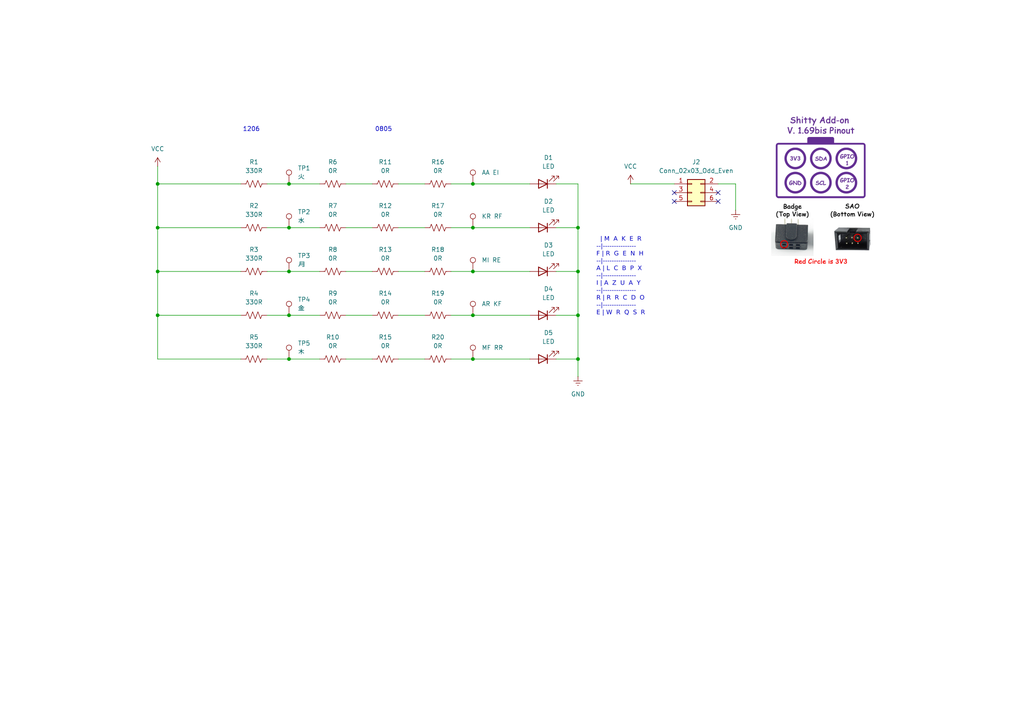
<source format=kicad_sch>
(kicad_sch (version 20250114) (generator "eeschema") (generator_version "9.0")
  (paper "A4")
  (lib_symbols
    (symbol "Connector:TestPoint" (pin_numbers (hide yes)) (pin_names (offset 0.762) (hide yes))
      (property "Reference" "TP" (at 0 6.858 0))
      (property "Value" "TestPoint" (at 0 5.08 0))
      (symbol "TestPoint_0_1"
        (circle (center 0 3.302) (radius 0.762))
      )
      (symbol "TestPoint_1_1"
        (pin passive line (at 0 0 90) (length 2.54) (name "1") (number "1"))
      )
    )
    (symbol "Connector_Generic:Conn_02x03_Odd_Even" (pin_names (offset 1.016) (hide yes))
      (property "Reference" "J" (at 1.27 5.08 0))
      (property "Value" "Conn_02x03_Odd_Even" (at 1.27 -5.08 0))
      (symbol "Conn_02x03_Odd_Even_1_1"
        (rectangle (start -1.27 3.81) (end 3.81 -3.81) (stroke (width 0.254)) (fill (type background)))
        (rectangle (start -1.27 2.667) (end 0 2.413) (stroke (width 0.1524)))
        (rectangle (start -1.27 0.127) (end 0 -0.127) (stroke (width 0.1524)))
        (rectangle (start -1.27 -2.413) (end 0 -2.667) (stroke (width 0.1524)))
        (rectangle (start 3.81 2.667) (end 2.54 2.413) (stroke (width 0.1524)))
        (rectangle (start 3.81 0.127) (end 2.54 -0.127) (stroke (width 0.1524)))
        (rectangle (start 3.81 -2.413) (end 2.54 -2.667) (stroke (width 0.1524)))
        (pin passive line (at -5.08 2.54 0) (length 3.81) (name "Pin_1") (number "1"))
        (pin passive line (at -5.08 0 0) (length 3.81) (name "Pin_3") (number "3"))
        (pin passive line (at -5.08 -2.54 0) (length 3.81) (name "Pin_5") (number "5"))
        (pin passive line (at 7.62 2.54 180) (length 3.81) (name "Pin_2") (number "2"))
        (pin passive line (at 7.62 0 180) (length 3.81) (name "Pin_4") (number "4"))
        (pin passive line (at 7.62 -2.54 180) (length 3.81) (name "Pin_6") (number "6"))
      )
    )
    (symbol "Device:LED" (pin_numbers (hide yes)) (pin_names (offset 1.016) (hide yes))
      (property "Reference" "D" (at 0 2.54 0))
      (property "Value" "LED" (at 0 -2.54 0))
      (symbol "LED_0_1"
        (polyline (pts (xy -3.048 -0.762) (xy -4.572 -2.286) (xy -3.81 -2.286) (xy -4.572 -2.286) (xy -4.572 -1.524)))
        (polyline (pts (xy -1.778 -0.762) (xy -3.302 -2.286) (xy -2.54 -2.286) (xy -3.302 -2.286) (xy -3.302 -1.524)))
        (polyline (pts (xy -1.27 0) (xy 1.27 0)))
        (polyline (pts (xy -1.27 -1.27) (xy -1.27 1.27)) (stroke (width 0.254)))
        (polyline (pts (xy 1.27 -1.27) (xy 1.27 1.27) (xy -1.27 0) (xy 1.27 -1.27)) (stroke (width 0.254)))
      )
      (symbol "LED_1_1"
        (pin passive line (at -3.81 0 0) (length 2.54) (name "K") (number "1"))
        (pin passive line (at 3.81 0 180) (length 2.54) (name "A") (number "2"))
      )
    )
    (symbol "Device:R_US" (pin_numbers (hide yes)) (pin_names (offset 0))
      (property "Reference" "R" (at 2.54 0 90))
      (property "Value" "R_US" (at -2.54 0 90))
      (symbol "R_US_0_1"
        (polyline (pts (xy 0 2.286) (xy 0 2.54)))
        (polyline (pts (xy 0 2.286) (xy 1.016 1.905) (xy 0 1.524) (xy -1.016 1.143) (xy 0 0.762)))
        (polyline (pts (xy 0 0.762) (xy 1.016 0.381) (xy 0 0) (xy -1.016 -0.381) (xy 0 -0.762)))
        (polyline (pts (xy 0 -0.762) (xy 1.016 -1.143) (xy 0 -1.524) (xy -1.016 -1.905) (xy 0 -2.286)))
        (polyline (pts (xy 0 -2.286) (xy 0 -2.54)))
      )
      (symbol "R_US_1_1"
        (pin passive line (at 0 3.81 270) (length 1.27) (name "~") (number "1"))
        (pin passive line (at 0 -3.81 90) (length 1.27) (name "~") (number "2"))
      )
    )
    (symbol "power:+3.3V" (power) (pin_numbers (hide yes)) (pin_names (offset 0) (hide yes))
      (property "Value" "+3.3V" (at 0 3.556 0))
      (symbol "+3.3V_0_1"
        (polyline (pts (xy -0.762 1.27) (xy 0 2.54)))
        (polyline (pts (xy 0 2.54) (xy 0.762 1.27)))
        (polyline (pts (xy 0 0) (xy 0 2.54)))
      )
      (symbol "+3.3V_1_1"
        (pin power_in line (at 0 0 90) (length 0) (name "~") (number "1"))
      )
    )
    (symbol "power:GNDREF" (power) (pin_numbers (hide yes)) (pin_names (offset 0) (hide yes))
      (property "Value" "GNDREF" (at 0 -3.81 0))
      (symbol "GNDREF_0_1"
        (polyline (pts (xy -0.635 -1.905) (xy 0.635 -1.905)))
        (polyline (pts (xy -0.127 -2.54) (xy 0.127 -2.54)))
        (polyline (pts (xy 0 -1.27) (xy 0 0)))
        (polyline (pts (xy 1.27 -1.27) (xy -1.27 -1.27)))
      )
      (symbol "GNDREF_1_1"
        (pin power_in line (at 0 0 270) (length 0) (name "~") (number "1"))
      )
    )
  )
  (text "1206" (at 72.898 37.592 0) (effects (font (size 1.27 1.27))))
  (text "  | M  A  K  E  R\n--|---------------\nF | R  G  E  N  H\n--|---------------\nA | L  C  B  P  X\n--|---------------\nI | A  Z  U  A  Y\n--|---------------\nR | R  R  C  D  O\n--|---------------\nE | W  R  Q  S  R" (exclude_from_sim yes) (at 172.974 80.518 0) (effects (font (size 1.27 1.27) (thickness 0.1588)) (justify left)))
  (text "0805" (at 111.252 37.592 0) (effects (font (size 1.27 1.27))))
  (junction (at 137.16 78.74))
  (junction (at 167.64 78.74))
  (junction (at 137.16 53.34))
  (junction (at 45.72 78.74))
  (junction (at 83.82 66.04))
  (junction (at 167.64 104.14))
  (junction (at 83.82 91.44))
  (junction (at 45.72 66.04))
  (junction (at 45.72 91.44))
  (junction (at 83.82 53.34))
  (junction (at 45.72 53.34))
  (junction (at 167.64 91.44))
  (junction (at 83.82 104.14))
  (junction (at 167.64 66.04))
  (junction (at 137.16 66.04))
  (junction (at 137.16 91.44))
  (junction (at 83.82 78.74))
  (junction (at 137.16 104.14))
  (no_connect (at 208.28 55.88))
  (no_connect (at 195.58 55.88))
  (no_connect (at 208.28 58.42))
  (no_connect (at 195.58 58.42))
  (wire (pts (xy 83.82 66.04) (xy 92.71 66.04)))
  (wire (pts (xy 213.36 53.34) (xy 213.36 60.96)))
  (wire (pts (xy 137.16 66.04) (xy 153.67 66.04)))
  (wire (pts (xy 83.82 78.74) (xy 92.71 78.74)))
  (wire (pts (xy 167.64 104.14) (xy 167.64 109.22)))
  (wire (pts (xy 161.29 78.74) (xy 167.64 78.74)))
  (wire (pts (xy 130.81 91.44) (xy 137.16 91.44)))
  (wire (pts (xy 161.29 91.44) (xy 167.64 91.44)))
  (wire (pts (xy 45.72 91.44) (xy 45.72 104.14)))
  (wire (pts (xy 130.81 104.14) (xy 137.16 104.14)))
  (wire (pts (xy 182.88 53.34) (xy 195.58 53.34)))
  (wire (pts (xy 167.64 66.04) (xy 167.64 78.74)))
  (wire (pts (xy 77.47 91.44) (xy 83.82 91.44)))
  (wire (pts (xy 130.81 53.34) (xy 137.16 53.34)))
  (wire (pts (xy 77.47 104.14) (xy 83.82 104.14)))
  (wire (pts (xy 45.72 48.26) (xy 45.72 53.34)))
  (wire (pts (xy 208.28 53.34) (xy 213.36 53.34)))
  (wire (pts (xy 167.64 53.34) (xy 167.64 66.04)))
  (wire (pts (xy 77.47 66.04) (xy 83.82 66.04)))
  (wire (pts (xy 100.33 53.34) (xy 107.95 53.34)))
  (wire (pts (xy 161.29 66.04) (xy 167.64 66.04)))
  (wire (pts (xy 167.64 91.44) (xy 167.64 104.14)))
  (wire (pts (xy 77.47 78.74) (xy 83.82 78.74)))
  (wire (pts (xy 115.57 53.34) (xy 123.19 53.34)))
  (wire (pts (xy 83.82 91.44) (xy 92.71 91.44)))
  (wire (pts (xy 100.33 66.04) (xy 107.95 66.04)))
  (wire (pts (xy 167.64 78.74) (xy 167.64 91.44)))
  (wire (pts (xy 161.29 53.34) (xy 167.64 53.34)))
  (wire (pts (xy 45.72 104.14) (xy 69.85 104.14)))
  (wire (pts (xy 100.33 104.14) (xy 107.95 104.14)))
  (wire (pts (xy 100.33 78.74) (xy 107.95 78.74)))
  (wire (pts (xy 45.72 91.44) (xy 69.85 91.44)))
  (wire (pts (xy 100.33 91.44) (xy 107.95 91.44)))
  (wire (pts (xy 130.81 66.04) (xy 137.16 66.04)))
  (wire (pts (xy 45.72 78.74) (xy 69.85 78.74)))
  (wire (pts (xy 45.72 66.04) (xy 45.72 78.74)))
  (wire (pts (xy 83.82 104.14) (xy 92.71 104.14)))
  (wire (pts (xy 45.72 78.74) (xy 45.72 91.44)))
  (wire (pts (xy 130.81 78.74) (xy 137.16 78.74)))
  (wire (pts (xy 45.72 53.34) (xy 69.85 53.34)))
  (wire (pts (xy 137.16 91.44) (xy 153.67 91.44)))
  (wire (pts (xy 137.16 104.14) (xy 153.67 104.14)))
  (wire (pts (xy 137.16 53.34) (xy 153.67 53.34)))
  (wire (pts (xy 137.16 78.74) (xy 153.67 78.74)))
  (wire (pts (xy 45.72 66.04) (xy 69.85 66.04)))
  (wire (pts (xy 45.72 53.34) (xy 45.72 66.04)))
  (wire (pts (xy 161.29 104.14) (xy 167.64 104.14)))
  (wire (pts (xy 115.57 78.74) (xy 123.19 78.74)))
  (wire (pts (xy 115.57 66.04) (xy 123.19 66.04)))
  (wire (pts (xy 115.57 91.44) (xy 123.19 91.44)))
  (wire (pts (xy 115.57 104.14) (xy 123.19 104.14)))
  (wire (pts (xy 77.47 53.34) (xy 83.82 53.34)))
  (wire (pts (xy 83.82 53.34) (xy 92.71 53.34)))
  (image (at 238.76 55.88) (scale 0.60941))
  (symbol (lib_id "power:GNDREF") (at 213.36 60.96 0) (unit 1)
    (property "Reference" "#PWR04" (effects (hide yes)))
    (property "Value" "GND" (at 213.36 66.04 0))
    (property "Description" "Power symbol creates a global label with name \"GNDREF\" , reference supply ground" (effects (hide yes)))
  )
  (symbol (lib_id "Device:R_US") (at 73.66 53.34 90) (unit 1)
    (property "Reference" "R1" (at 73.66 46.99 90))
    (property "Value" "330R" (at 73.66 49.53 90))
    (property "Footprint" "Resistor_SMD:R_1206_3216Metric" (effects (hide yes)))
    (property "Description" "Resistor, US symbol" (effects (hide yes)))
  )
  (symbol (lib_id "Device:R_US") (at 96.52 66.04 90) (unit 1)
    (property "Reference" "R7" (at 96.52 59.69 90))
    (property "Value" "0R" (at 96.52 62.23 90))
    (property "Footprint" "Resistor_SMD:R_0805_2012Metric" (effects (hide yes)))
    (property "Description" "Resistor, US symbol" (effects (hide yes)))
  )
  (symbol (lib_id "Connector:TestPoint") (at 137.16 78.74 0) (unit 1)
    (property "Reference" "TP8" (effects (hide yes)))
    (property "Value" "MI RE" (at 139.7 75.4379 0) (effects (justify left)))
    (property "Footprint" "TestPoint:TestPoint_Pad_D1.5mm" (effects (hide yes)))
    (property "Description" "test point" (effects (hide yes)))
  )
  (symbol (lib_id "Device:R_US") (at 127 78.74 90) (unit 1)
    (property "Reference" "R18" (at 127 72.39 90))
    (property "Value" "0R" (at 127 74.93 90))
    (property "Footprint" "Resistor_SMD:R_0805_2012Metric" (effects (hide yes)))
    (property "Description" "Resistor, US symbol" (effects (hide yes)))
  )
  (symbol (lib_id "Device:R_US") (at 96.52 78.74 90) (unit 1)
    (property "Reference" "R8" (at 96.52 72.39 90))
    (property "Value" "0R" (at 96.52 74.93 90))
    (property "Footprint" "Resistor_SMD:R_0805_2012Metric" (effects (hide yes)))
    (property "Description" "Resistor, US symbol" (effects (hide yes)))
  )
  (symbol (lib_id "Device:R_US") (at 127 91.44 90) (unit 1)
    (property "Reference" "R19" (at 127 85.09 90))
    (property "Value" "0R" (at 127 87.63 90))
    (property "Footprint" "Resistor_SMD:R_0805_2012Metric" (effects (hide yes)))
    (property "Description" "Resistor, US symbol" (effects (hide yes)))
  )
  (symbol (lib_id "Device:R_US") (at 73.66 66.04 90) (unit 1)
    (property "Reference" "R2" (at 73.66 59.69 90))
    (property "Value" "330R" (at 73.66 62.23 90))
    (property "Footprint" "Resistor_SMD:R_1206_3216Metric" (effects (hide yes)))
    (property "Description" "Resistor, US symbol" (effects (hide yes)))
  )
  (symbol (lib_id "Device:LED") (at 157.48 66.04 180) (unit 1)
    (property "Reference" "D2" (at 159.0675 58.42 0))
    (property "Value" "LED" (at 159.0675 60.96 0))
    (property "Footprint" "LED_SMD:LED_1206_3216Metric" (effects (hide yes)))
    (property "Description" "Light emitting diode" (effects (hide yes)))
    (property "Sim.Pins" "1=K 2=A" (effects (hide yes)))
  )
  (symbol (lib_id "Device:R_US") (at 111.76 66.04 90) (unit 1)
    (property "Reference" "R12" (at 111.76 59.69 90))
    (property "Value" "0R" (at 111.76 62.23 90))
    (property "Footprint" "Resistor_SMD:R_0805_2012Metric" (effects (hide yes)))
    (property "Description" "Resistor, US symbol" (effects (hide yes)))
  )
  (symbol (lib_id "Connector:TestPoint") (at 83.82 104.14 0) (unit 1)
    (property "Reference" "TP5" (at 86.36 99.5679 0) (effects (justify left)))
    (property "Value" "木" (at 86.36 102.1079 0) (effects (justify left)))
    (property "Footprint" "TestPoint:TestPoint_Pad_D1.5mm" (effects (hide yes)))
    (property "Description" "test point" (effects (hide yes)))
  )
  (symbol (lib_id "Connector:TestPoint") (at 137.16 53.34 0) (unit 1)
    (property "Reference" "TP6" (effects (hide yes)))
    (property "Value" "AA EI" (at 139.7 50.0379 0) (effects (justify left)))
    (property "Footprint" "TestPoint:TestPoint_Pad_D1.5mm" (effects (hide yes)))
    (property "Description" "test point" (effects (hide yes)))
  )
  (symbol (lib_id "Device:R_US") (at 73.66 91.44 90) (unit 1)
    (property "Reference" "R4" (at 73.66 85.09 90))
    (property "Value" "330R" (at 73.66 87.63 90))
    (property "Footprint" "Resistor_SMD:R_1206_3216Metric" (effects (hide yes)))
    (property "Description" "Resistor, US symbol" (effects (hide yes)))
  )
  (symbol (lib_id "Connector:TestPoint") (at 137.16 66.04 0) (unit 1)
    (property "Reference" "TP7" (effects (hide yes)))
    (property "Value" "KR RF" (at 139.7 62.7379 0) (effects (justify left)))
    (property "Footprint" "TestPoint:TestPoint_Pad_D1.5mm" (effects (hide yes)))
    (property "Description" "test point" (effects (hide yes)))
  )
  (symbol (lib_id "Connector:TestPoint") (at 83.82 91.44 0) (unit 1)
    (property "Reference" "TP4" (at 86.36 86.8679 0) (effects (justify left)))
    (property "Value" "金" (at 86.36 89.4079 0) (effects (justify left)))
    (property "Footprint" "TestPoint:TestPoint_Pad_D1.5mm" (effects (hide yes)))
    (property "Description" "test point" (effects (hide yes)))
  )
  (symbol (lib_id "Device:R_US") (at 73.66 104.14 90) (unit 1)
    (property "Reference" "R5" (at 73.66 97.79 90))
    (property "Value" "330R" (at 73.66 100.33 90))
    (property "Footprint" "Resistor_SMD:R_1206_3216Metric" (effects (hide yes)))
    (property "Description" "Resistor, US symbol" (effects (hide yes)))
  )
  (symbol (lib_id "Device:LED") (at 157.48 78.74 180) (unit 1)
    (property "Reference" "D3" (at 159.0675 71.12 0))
    (property "Value" "LED" (at 159.0675 73.66 0))
    (property "Footprint" "LED_SMD:LED_1206_3216Metric" (effects (hide yes)))
    (property "Description" "Light emitting diode" (effects (hide yes)))
    (property "Sim.Pins" "1=K 2=A" (effects (hide yes)))
  )
  (symbol (lib_id "Device:R_US") (at 127 53.34 90) (unit 1)
    (property "Reference" "R16" (at 127 46.99 90))
    (property "Value" "0R" (at 127 49.53 90))
    (property "Footprint" "Resistor_SMD:R_0805_2012Metric" (effects (hide yes)))
    (property "Description" "Resistor, US symbol" (effects (hide yes)))
  )
  (symbol (lib_id "Connector:TestPoint") (at 83.82 53.34 0) (unit 1)
    (property "Reference" "TP1" (at 86.36 48.7679 0) (effects (justify left)))
    (property "Value" "火" (at 86.36 51.3079 0) (effects (justify left)))
    (property "Footprint" "TestPoint:TestPoint_Pad_D1.5mm" (effects (hide yes)))
    (property "Description" "test point" (effects (hide yes)))
  )
  (symbol (lib_id "Device:LED") (at 157.48 53.34 180) (unit 1)
    (property "Reference" "D1" (at 159.0675 45.72 0))
    (property "Value" "LED" (at 159.0675 48.26 0))
    (property "Footprint" "LED_SMD:LED_1206_3216Metric" (effects (hide yes)))
    (property "Description" "Light emitting diode" (effects (hide yes)))
    (property "Sim.Pins" "1=K 2=A" (effects (hide yes)))
  )
  (symbol (lib_id "Device:R_US") (at 111.76 53.34 90) (unit 1)
    (property "Reference" "R11" (at 111.76 46.99 90))
    (property "Value" "0R" (at 111.76 49.53 90))
    (property "Footprint" "Resistor_SMD:R_0805_2012Metric" (effects (hide yes)))
    (property "Description" "Resistor, US symbol" (effects (hide yes)))
  )
  (symbol (lib_id "Device:R_US") (at 73.66 78.74 90) (unit 1)
    (property "Reference" "R3" (at 73.66 72.39 90))
    (property "Value" "330R" (at 73.66 74.93 90))
    (property "Footprint" "Resistor_SMD:R_1206_3216Metric" (effects (hide yes)))
    (property "Description" "Resistor, US symbol" (effects (hide yes)))
  )
  (symbol (lib_id "power:GNDREF") (at 167.64 109.22 0) (unit 1)
    (property "Reference" "#PWR01" (effects (hide yes)))
    (property "Value" "GND" (at 167.64 114.3 0))
    (property "Description" "Power symbol creates a global label with name \"GNDREF\" , reference supply ground" (effects (hide yes)))
  )
  (symbol (lib_id "Device:R_US") (at 127 66.04 90) (unit 1)
    (property "Reference" "R17" (at 127 59.69 90))
    (property "Value" "0R" (at 127 62.23 90))
    (property "Footprint" "Resistor_SMD:R_0805_2012Metric" (effects (hide yes)))
    (property "Description" "Resistor, US symbol" (effects (hide yes)))
  )
  (symbol (lib_id "Device:R_US") (at 127 104.14 90) (unit 1)
    (property "Reference" "R20" (at 127 97.79 90))
    (property "Value" "0R" (at 127 100.33 90))
    (property "Footprint" "Resistor_SMD:R_0805_2012Metric" (effects (hide yes)))
    (property "Description" "Resistor, US symbol" (effects (hide yes)))
  )
  (symbol (lib_id "Device:LED") (at 157.48 104.14 180) (unit 1)
    (property "Reference" "D5" (at 159.0675 96.52 0))
    (property "Value" "LED" (at 159.0675 99.06 0))
    (property "Footprint" "LED_SMD:LED_1206_3216Metric" (effects (hide yes)))
    (property "Description" "Light emitting diode" (effects (hide yes)))
    (property "Sim.Pins" "1=K 2=A" (effects (hide yes)))
  )
  (symbol (lib_id "Device:R_US") (at 96.52 53.34 90) (unit 1)
    (property "Reference" "R6" (at 96.52 46.99 90))
    (property "Value" "0R" (at 96.52 49.53 90))
    (property "Footprint" "Resistor_SMD:R_0805_2012Metric" (effects (hide yes)))
    (property "Description" "Resistor, US symbol" (effects (hide yes)))
  )
  (symbol (lib_id "Connector_Generic:Conn_02x03_Odd_Even") (at 200.66 55.88 0) (unit 1)
    (property "Reference" "J2" (at 201.93 46.99 0))
    (property "Value" "Conn_02x03_Odd_Even" (at 201.93 49.53 0))
    (property "Footprint" "Connector_IDC:IDC-Header_2x03_P2.54mm_Vertical_SMD" (effects (hide yes)))
    (property "Description" "Generic connector, double row, 02x03, odd/even pin numbering scheme (row 1 odd numbers, row 2 even numbers), script generated (kicad-library-utils/schlib/autogen/connector/)" (effects (hide yes)))
  )
  (symbol (lib_id "Connector:TestPoint") (at 83.82 78.74 0) (unit 1)
    (property "Reference" "TP3" (at 86.36 74.1679 0) (effects (justify left)))
    (property "Value" "月" (at 86.36 76.7079 0) (effects (justify left)))
    (property "Footprint" "TestPoint:TestPoint_Pad_D1.5mm" (effects (hide yes)))
    (property "Description" "test point" (effects (hide yes)))
  )
  (symbol (lib_id "Connector:TestPoint") (at 137.16 91.44 0) (unit 1)
    (property "Reference" "TP9" (effects (hide yes)))
    (property "Value" "AR KF" (at 139.7 88.1379 0) (effects (justify left)))
    (property "Footprint" "TestPoint:TestPoint_Pad_D1.5mm" (effects (hide yes)))
    (property "Description" "test point" (effects (hide yes)))
  )
  (symbol (lib_id "Device:R_US") (at 111.76 104.14 90) (unit 1)
    (property "Reference" "R15" (at 111.76 97.79 90))
    (property "Value" "0R" (at 111.76 100.33 90))
    (property "Footprint" "Resistor_SMD:R_0805_2012Metric" (effects (hide yes)))
    (property "Description" "Resistor, US symbol" (effects (hide yes)))
  )
  (symbol (lib_id "power:+3.3V") (at 182.88 53.34 0) (unit 1)
    (property "Reference" "#PWR03" (effects (hide yes)))
    (property "Value" "VCC" (at 182.88 48.26 0))
    (property "Description" "Power symbol creates a global label with name \"+3.3V\"" (effects (hide yes)))
  )
  (symbol (lib_id "Device:R_US") (at 111.76 78.74 90) (unit 1)
    (property "Reference" "R13" (at 111.76 72.39 90))
    (property "Value" "0R" (at 111.76 74.93 90))
    (property "Footprint" "Resistor_SMD:R_0805_2012Metric" (effects (hide yes)))
    (property "Description" "Resistor, US symbol" (effects (hide yes)))
  )
  (symbol (lib_id "Device:LED") (at 157.48 91.44 180) (unit 1)
    (property "Reference" "D4" (at 159.0675 83.82 0))
    (property "Value" "LED" (at 159.0675 86.36 0))
    (property "Footprint" "LED_SMD:LED_1206_3216Metric" (effects (hide yes)))
    (property "Description" "Light emitting diode" (effects (hide yes)))
    (property "Sim.Pins" "1=K 2=A" (effects (hide yes)))
  )
  (symbol (lib_id "Device:R_US") (at 111.76 91.44 90) (unit 1)
    (property "Reference" "R14" (at 111.76 85.09 90))
    (property "Value" "0R" (at 111.76 87.63 90))
    (property "Footprint" "Resistor_SMD:R_0805_2012Metric" (effects (hide yes)))
    (property "Description" "Resistor, US symbol" (effects (hide yes)))
  )
  (symbol (lib_id "Device:R_US") (at 96.52 104.14 90) (unit 1)
    (property "Reference" "R10" (at 96.52 97.79 90))
    (property "Value" "0R" (at 96.52 100.33 90))
    (property "Footprint" "Resistor_SMD:R_0805_2012Metric" (effects (hide yes)))
    (property "Description" "Resistor, US symbol" (effects (hide yes)))
  )
  (symbol (lib_id "Connector:TestPoint") (at 83.82 66.04 0) (unit 1)
    (property "Reference" "TP2" (at 86.36 61.4679 0) (effects (justify left)))
    (property "Value" "水" (at 86.36 64.0079 0) (effects (justify left)))
    (property "Footprint" "TestPoint:TestPoint_Pad_D1.5mm" (effects (hide yes)))
    (property "Description" "test point" (effects (hide yes)))
  )
  (symbol (lib_id "power:+3.3V") (at 45.72 48.26 0) (unit 1)
    (property "Reference" "#PWR02" (effects (hide yes)))
    (property "Value" "VCC" (at 45.72 43.18 0))
    (property "Description" "Power symbol creates a global label with name \"+3.3V\"" (effects (hide yes)))
  )
  (symbol (lib_id "Device:R_US") (at 96.52 91.44 90) (unit 1)
    (property "Reference" "R9" (at 96.52 85.09 90))
    (property "Value" "0R" (at 96.52 87.63 90))
    (property "Footprint" "Resistor_SMD:R_0805_2012Metric" (effects (hide yes)))
    (property "Description" "Resistor, US symbol" (effects (hide yes)))
  )
  (symbol (lib_id "Connector:TestPoint") (at 137.16 104.14 0) (unit 1)
    (property "Reference" "TP10" (effects (hide yes)))
    (property "Value" "MF RR" (at 139.7 100.8379 0) (effects (justify left)))
    (property "Footprint" "TestPoint:TestPoint_Pad_D1.5mm" (effects (hide yes)))
    (property "Description" "test point" (effects (hide yes)))
  )
)
</source>
